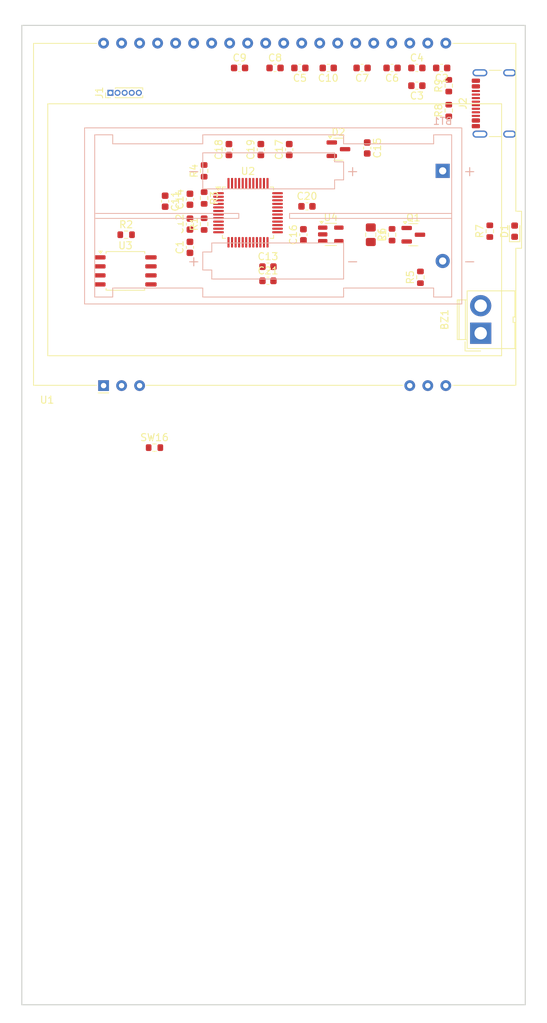
<source format=kicad_pcb>
(kicad_pcb (version 20240108) (generator "pcbnew") (generator_version "8.0")
  (layers (0 "F.Cu" signal) (31 "B.Cu" signal) (34 "B.Paste" user) (35 "F.Paste" user) (36 "B.SilkS" user "B.Silkscreen") (37 "F.SilkS" user "F.Silkscreen") (38 "B.Mask" user) (39 "F.Mask" user) (44 "Edge.Cuts" user))
  (net 0 "")
  (net 1 "Net-(BT1-+)")
  (net 2 "GND")
  (net 3 "Net-(BZ1--)")
  (net 4 "3.3V")
  (net 5 "/NRST")
  (net 6 "Net-(U1-V0)")
  (net 7 "Net-(U1-V1)")
  (net 8 "Net-(U1-V2)")
  (net 9 "Net-(U1-CAP1N)")
  (net 10 "Net-(U1-CAP1P)")
  (net 11 "Net-(U1-V3)")
  (net 12 "Net-(U1-V4)")
  (net 13 "Net-(U1-CAP3P)")
  (net 14 "Net-(U1-VOUT)")
  (net 15 "Net-(U1-CAP2N)")
  (net 16 "Net-(U1-CAP2P)")
  (net 17 "Net-(U2-PH0)")
  (net 18 "Net-(U2-PH1)")
  (net 19 "Net-(U2-VCAP)")
  (net 20 "WAKEUP01")
  (net 21 "Net-(U4-Vin)")
  (net 22 "Net-(D1-A)")
  (net 23 "Net-(D2-Pad2)")
  (net 24 "SWDIO")
  (net 25 "SWO")
  (net 26 "SWCLK")
  (net 27 "USB_DP (D+)")
  (net 28 "Net-(J2-CC1)")
  (net 29 "USB_DM (D-)")
  (net 30 "Net-(J2-CC2)")
  (net 31 "Net-(U4-SW)")
  (net 32 "Net-(Q1-B)")
  (net 33 "Net-(U3-~{CS})")
  (net 34 "Net-(R3-Pad2)")
  (net 35 "BUZZER")
  (net 36 "LED01")
  (net 37 "COL03")
  (net 38 "ROW03")
  (net 39 "DISP_RST")
  (net 40 "DISP_SCL")
  (net 44 "DISP_CS1B")
  (net 46 "DISP_A0")
  (net 47 "DISP_SI")
  (net 50 "ROW05")
  (net 52 "COL06")
  (net 53 "COL02")
  (net 54 "POWER_ON")
  (net 55 "ROW06")
  (net 56 "ROW08")
  (net 57 "ROW04")
  (net 59 "COL05")
  (net 60 "ROW02")
  (net 61 "COL04")
  (net 63 "ROW07")
  (net 64 "ROW01")
  (net 65 "SPI_MISO")
  (net 66 "COL01")
  (net 67 "SPI_SCK")
  (net 68 "SPI_MOSI")
  (footprint "Capacitor_SMD:C_0603_1608Metric" (layer "F.Cu") (at 72.7125 60.5 90)
    (property "Reference" "C12" (at 0 -1.43 -90) (layer "F.SilkS"))
    (property "Value" "8pF")
    (fp_line (start -0.14058 -0.51) (end 0.14058 -0.51) (stroke (width 0.12)) (layer "F.SilkS"))
    (fp_line (start -0.14058 0.51) (end 0.14058 0.51) (stroke (width 0.12)) (layer "F.SilkS"))
    (pad "1" smd roundrect (at -0.775 0 90) (size 0.9 0.95) (layers "F.Cu" "F.Paste" "F.Mask") (net 18 "Net-(U2-PH1)"))
    (pad "2" smd roundrect (at 0.775 0 90) (size 0.9 0.95) (layers "F.Cu" "F.Paste" "F.Mask") (net 2 "GND"))
  )
  (footprint "Capacitor_SMD:C_0603_1608Metric" (layer "F.Cu") (at 82.7125 50 90)
    (property "Reference" "C19" (at 0 -1.43 -90) (layer "F.SilkS"))
    (property "Value" "100nF")
    (fp_line (start -0.14058 -0.51) (end 0.14058 -0.51) (stroke (width 0.12)) (layer "F.SilkS"))
    (fp_line (start -0.14058 0.51) (end 0.14058 0.51) (stroke (width 0.12)) (layer "F.SilkS"))
    (pad "1" smd roundrect (at -0.775 0 90) (size 0.9 0.95) (layers "F.Cu" "F.Paste" "F.Mask") (net 4 "3.3V"))
    (pad "2" smd roundrect (at 0.775 0 90) (size 0.9 0.95) (layers "F.Cu" "F.Paste" "F.Mask") (net 2 "GND"))
  )
  (footprint "Resistor_SMD:R_0603_1608Metric" (layer "F.Cu") (at 101.2125 62 90)
    (property "Reference" "R6" (at 0 -1.43 -90) (layer "F.SilkS"))
    (property "Value" "R")
    (fp_line (start -0.237258 -0.5225) (end 0.237258 -0.5225) (stroke (width 0.12)) (layer "F.SilkS"))
    (fp_line (start -0.237258 0.5225) (end 0.237258 0.5225) (stroke (width 0.12)) (layer "F.SilkS"))
    (pad "1" smd roundrect (at -0.825 0 90) (size 0.8 0.95) (layers "F.Cu" "F.Paste" "F.Mask") (net 35 "BUZZER"))
    (pad "2" smd roundrect (at 0.825 0 90) (size 0.8 0.95) (layers "F.Cu" "F.Paste" "F.Mask") (net 32 "Net-(Q1-B)"))
  )
  (footprint "Resistor_SMD:R_0603_1608Metric" (layer "F.Cu") (at 109.2125 41 90)
    (property "Reference" "R9" (at 0 -1.43 -90) (layer "F.SilkS"))
    (property "Value" "5.1K")
    (fp_line (start -0.237258 -0.5225) (end 0.237258 -0.5225) (stroke (width 0.12)) (layer "F.SilkS"))
    (fp_line (start -0.237258 0.5225) (end 0.237258 0.5225) (stroke (width 0.12)) (layer "F.SilkS"))
    (pad "1" smd roundrect (at -0.825 0 90) (size 0.8 0.95) (layers "F.Cu" "F.Paste" "F.Mask") (net 30 "Net-(J2-CC2)"))
    (pad "2" smd roundrect (at 0.825 0 90) (size 0.8 0.95) (layers "F.Cu" "F.Paste" "F.Mask") (net 2 "GND"))
  )
  (footprint "Capacitor_SMD:C_0603_1608Metric" (layer "F.Cu") (at 88.7125 62 90)
    (property "Reference" "C16" (at 0 -1.43 -90) (layer "F.SilkS"))
    (property "Value" "10 uF")
    (fp_line (start -0.14058 -0.51) (end 0.14058 -0.51) (stroke (width 0.12)) (layer "F.SilkS"))
    (fp_line (start -0.14058 0.51) (end 0.14058 0.51) (stroke (width 0.12)) (layer "F.SilkS"))
    (pad "1" smd roundrect (at -0.775 0 90) (size 0.9 0.95) (layers "F.Cu" "F.Paste" "F.Mask") (net 4 "3.3V"))
    (pad "2" smd roundrect (at 0.775 0 90) (size 0.9 0.95) (layers "F.Cu" "F.Paste" "F.Mask") (net 2 "GND"))
  )
  (footprint "Capacitor_SMD:C_0603_1608Metric" (layer "F.Cu") (at 97.7125 49.775 -90)
    (property "Reference" "C15" (at 0 -1.43 90) (layer "F.SilkS"))
    (property "Value" "4.7 uF")
    (fp_line (start -0.14058 0.51) (end 0.14058 0.51) (stroke (width 0.12)) (layer "F.SilkS"))
    (fp_line (start -0.14058 -0.51) (end 0.14058 -0.51) (stroke (width 0.12)) (layer "F.SilkS"))
    (pad "1" smd roundrect (at -0.775 0 270) (size 0.9 0.95) (layers "F.Cu" "F.Paste" "F.Mask") (net 21 "Net-(U4-Vin)"))
    (pad "2" smd roundrect (at 0.775 0 270) (size 0.9 0.95) (layers "F.Cu" "F.Paste" "F.Mask") (net 2 "GND"))
  )
  (footprint "Capacitor_SMD:C_0603_1608Metric" (layer "F.Cu") (at 79.7125 38.5)
    (property "Reference" "C9" (at 0 -1.43 0) (layer "F.SilkS"))
    (property "Value" "1uF")
    (fp_line (start -0.14058 -0.51) (end 0.14058 -0.51) (stroke (width 0.12)) (layer "F.SilkS"))
    (fp_line (start -0.14058 0.51) (end 0.14058 0.51) (stroke (width 0.12)) (layer "F.SilkS"))
    (pad "1" smd roundrect (at -0.775 0) (size 0.9 0.95) (layers "F.Cu" "F.Paste" "F.Mask") (net 2 "GND"))
    (pad "2" smd roundrect (at 0.775 0) (size 0.9 0.95) (layers "F.Cu" "F.Paste" "F.Mask") (net 14 "Net-(U1-VOUT)"))
  )
  (footprint "Capacitor_SMD:C_0603_1608Metric" (layer "F.Cu") (at 88.2125 38.5 180)
    (property "Reference" "C5" (at 0 -1.43 180) (layer "F.SilkS"))
    (property "Value" "1uF")
    (fp_line (start -0.14058 0.51) (end 0.14058 0.51) (stroke (width 0.12)) (layer "F.SilkS"))
    (fp_line (start -0.14058 -0.51) (end 0.14058 -0.51) (stroke (width 0.12)) (layer "F.SilkS"))
    (pad "1" smd roundrect (at -0.775 0 180) (size 0.9 0.95) (layers "F.Cu" "F.Paste" "F.Mask") (net 10 "Net-(U1-CAP1P)"))
    (pad "2" smd roundrect (at 0.775 0 180) (size 0.9 0.95) (layers "F.Cu" "F.Paste" "F.Mask") (net 9 "Net-(U1-CAP1N)"))
  )
  (footprint "Capacitor_SMD:C_0603_1608Metric" (layer "F.Cu") (at 83.7125 66.5)
    (property "Reference" "C13" (at 0 -1.43 0) (layer "F.SilkS"))
    (property "Value" "2.2uF")
    (fp_line (start -0.14058 -0.51) (end 0.14058 -0.51) (stroke (width 0.12)) (layer "F.SilkS"))
    (fp_line (start -0.14058 0.51) (end 0.14058 0.51) (stroke (width 0.12)) (layer "F.SilkS"))
    (pad "1" smd roundrect (at -0.775 0) (size 0.9 0.95) (layers "F.Cu" "F.Paste" "F.Mask") (net 19 "Net-(U2-VCAP)"))
    (pad "2" smd roundrect (at 0.775 0) (size 0.9 0.95) (layers "F.Cu" "F.Paste" "F.Mask") (net 2 "GND"))
  )
  (footprint "Capacitor_SMD:C_0603_1608Metric" (layer "F.Cu") (at 96.9875 38.5 180)
    (property "Reference" "C7" (at 0 -1.43 180) (layer "F.SilkS"))
    (property "Value" "1uF")
    (fp_line (start -0.14058 0.51) (end 0.14058 0.51) (stroke (width 0.12)) (layer "F.SilkS"))
    (fp_line (start -0.14058 -0.51) (end 0.14058 -0.51) (stroke (width 0.12)) (layer "F.SilkS"))
    (pad "1" smd roundrect (at -0.775 0 180) (size 0.9 0.95) (layers "F.Cu" "F.Paste" "F.Mask") (net 12 "Net-(U1-V4)"))
    (pad "2" smd roundrect (at 0.775 0 180) (size 0.9 0.95) (layers "F.Cu" "F.Paste" "F.Mask") (net 2 "GND"))
  )
  (footprint "Capacitor_SMD:C_0603_1608Metric" (layer "F.Cu") (at 92.2125 38.5 180)
    (property "Reference" "C10" (at 0 -1.43 180) (layer "F.SilkS"))
    (property "Value" "1uF")
    (fp_line (start -0.14058 0.51) (end 0.14058 0.51) (stroke (width 0.12)) (layer "F.SilkS"))
    (fp_line (start -0.14058 -0.51) (end 0.14058 -0.51) (stroke (width 0.12)) (layer "F.SilkS"))
    (pad "1" smd roundrect (at -0.775 0 180) (size 0.9 0.95) (layers "F.Cu" "F.Paste" "F.Mask") (net 15 "Net-(U1-CAP2N)"))
    (pad "2" smd roundrect (at 0.775 0 180) (size 0.9 0.95) (layers "F.Cu" "F.Paste" "F.Mask") (net 16 "Net-(U1-CAP2P)"))
  )
  (footprint "Capacitor_SMD:C_0603_1608Metric" (layer "F.Cu") (at 108.2125 38.5 180)
    (property "Reference" "C2" (at 0 -1.43 180) (layer "F.SilkS"))
    (property "Value" "1uF")
    (fp_line (start -0.14058 0.51) (end 0.14058 0.51) (stroke (width 0.12)) (layer "F.SilkS"))
    (fp_line (start -0.14058 -0.51) (end 0.14058 -0.51) (stroke (width 0.12)) (layer "F.SilkS"))
    (pad "1" smd roundrect (at -0.775 0 180) (size 0.9 0.95) (layers "F.Cu" "F.Paste" "F.Mask") (net 6 "Net-(U1-V0)"))
    (pad "2" smd roundrect (at 0.775 0 180) (size 0.9 0.95) (layers "F.Cu" "F.Paste" "F.Mask") (net 2 "GND"))
  )
  (footprint "Resistor_SMD:R_0603_1608Metric" (layer "F.Cu") (at 109.2125 44.5 90)
    (property "Reference" "R8" (at 0 -1.43 -90) (layer "F.SilkS"))
    (property "Value" "5.1K")
    (fp_line (start -0.237258 -0.5225) (end 0.237258 -0.5225) (stroke (width 0.12)) (layer "F.SilkS"))
    (fp_line (start -0.237258 0.5225) (end 0.237258 0.5225) (stroke (width 0.12)) (layer "F.SilkS"))
    (pad "1" smd roundrect (at -0.825 0 90) (size 0.8 0.95) (layers "F.Cu" "F.Paste" "F.Mask") (net 28 "Net-(J2-CC1)"))
    (pad "2" smd roundrect (at 0.825 0 90) (size 0.8 0.95) (layers "F.Cu" "F.Paste" "F.Mask") (net 2 "GND"))
  )
  (footprint "Connector_PinHeader_1.00mm:PinHeader_1x05_P1.00mm_Vertical" (layer "F.Cu") (at 61.5 42 90)
    (property "Reference" "J1" (at 0 -1.56 -90) (layer "F.SilkS"))
    (property "Value" "ST-LINK")
    (fp_line (start -0.695 -0.685) (end 0 -0.685) (stroke (width 0.12)) (layer "F.SilkS"))
    (fp_line (start -0.695 0) (end -0.695 -0.685) (stroke (width 0.12)) (layer "F.SilkS"))
    (fp_line (start 0.695 0.685) (end 0.695 4.56) (stroke (width 0.12)) (layer "F.SilkS"))
    (fp_line (start 0.608276 0.685) (end 0.695 0.685) (stroke (width 0.12)) (layer "F.SilkS"))
    (fp_line (start -0.695 0.685) (end -0.608276 0.685) (stroke (width 0.12)) (layer "F.SilkS"))
    (fp_line (start -0.695 0.685) (end -0.695 4.56) (stroke (width 0.12)) (layer "F.SilkS"))
    (fp_line (start 0.394493 4.56) (end 0.695 4.56) (stroke (width 0.12)) (layer "F.SilkS"))
    (fp_line (start -0.695 4.56) (end -0.394493 4.56) (stroke (width 0.12)) (layer "F.SilkS"))
    (pad "1" thru_hole rect (at 0 0 90) (size 0.85 0.85) (drill 0.5) (layers "*.Cu" "*.Mask") (net 2 "GND"))
    (pad "2" thru_hole oval (at 0 1 90) (size 0.85 0.85) (drill 0.5) (layers "*.Cu" "*.Mask") (net 25 "SWO"))
    (pad "3" thru_hole oval (at 0 2 90) (size 0.85 0.85) (drill 0.5) (layers "*.Cu" "*.Mask") (net 26 "SWCLK"))
    (pad "4" thru_hole oval (at 0 3 90) (size 0.85 0.85) (drill 0.5) (layers "*.Cu" "*.Mask") (net 24 "SWDIO"))
    (pad "5" thru_hole oval (at 0 4 90) (size 0.85 0.85) (drill 0.5) (layers "*.Cu" "*.Mask") (net 5 "/NRST"))
  )
  (footprint "Capacitor_SMD:C_0603_1608Metric" (layer "F.Cu") (at 72.7125 63.775 90)
    (property "Reference" "C1" (at 0 -1.43 -90) (layer "F.SilkS"))
    (property "Value" "100nF")
    (fp_line (start -0.14058 -0.51) (end 0.14058 -0.51) (stroke (width 0.12)) (layer "F.SilkS"))
    (fp_line (start -0.14058 0.51) (end 0.14058 0.51) (stroke (width 0.12)) (layer "F.SilkS"))
    (pad "1" smd roundrect (at -0.775 0 90) (size 0.9 0.95) (layers "F.Cu" "F.Paste" "F.Mask") (net 5 "/NRST"))
    (pad "2" smd roundrect (at 0.775 0 90) (size 0.9 0.95) (layers "F.Cu" "F.Paste" "F.Mask") (net 2 "GND"))
  )
  (footprint "Package_TO_SOT_SMD:SOT-23" (layer "F.Cu") (at 104.2125 62)
    (property "Reference" "Q1" (at 0 -2.4 0) (layer "F.SilkS"))
    (property "Value" "MMBT3904")
    (fp_line (start 0 -1.56) (end -0.65 -1.56) (stroke (width 0.12)) (layer "F.SilkS"))
    (fp_line (start 0 -1.56) (end 0.65 -1.56) (stroke (width 0.12)) (layer "F.SilkS"))
    (fp_line (start 0 1.56) (end -0.65 1.56) (stroke (width 0.12)) (layer "F.SilkS"))
    (fp_line (start 0 1.56) (end 0.65 1.56) (stroke (width 0.12)) (layer "F.SilkS"))
    (fp_poly (pts (xy -1.1625 -1.51) (xy -1.4025 -1.84) (xy -0.9225 -1.84) (xy -1.1625 -1.51)) (stroke (width 0.12)) (fill solid) (layer "F.SilkS"))
    (pad "1" smd roundrect (at -0.9375 -0.95) (size 1.475 0.6) (layers "F.Cu" "F.Paste" "F.Mask") (net 32 "Net-(Q1-B)"))
    (pad "2" smd roundrect (at -0.9375 0.95) (size 1.475 0.6) (layers "F.Cu" "F.Paste" "F.Mask") (net 2 "GND"))
    (pad "3" smd roundrect (at 0.9375 0) (size 1.475 0.6) (layers "F.Cu" "F.Paste" "F.Mask") (net 3 "Net-(BZ1--)"))
  )
  (footprint "Resistor_SMD:R_0603_1608Metric" (layer "F.Cu") (at 115 61.5 90)
    (property "Reference" "R7" (at 0 -1.43 -90) (layer "F.SilkS"))
    (property "Value" "5.1K")
    (fp_line (start -0.237258 -0.5225) (end 0.237258 -0.5225) (stroke (width 0.12)) (layer "F.SilkS"))
    (fp_line (start -0.237258 0.5225) (end 0.237258 0.5225) (stroke (width 0.12)) (layer "F.SilkS"))
    (pad "1" smd roundrect (at -0.825 0 90) (size 0.8 0.95) (layers "F.Cu" "F.Paste" "F.Mask") (net 36 "LED01"))
    (pad "2" smd roundrect (at 0.825 0 90) (size 0.8 0.95) (layers "F.Cu" "F.Paste" "F.Mask") (net 22 "Net-(D1-A)"))
  )
  (footprint "Capacitor_SMD:C_0603_1608Metric" (layer "F.Cu") (at 69.2125 57.275 -90)
    (property "Reference" "C11" (at 0 -1.43 90) (layer "F.SilkS"))
    (property "Value" "8pF")
    (fp_line (start -0.14058 0.51) (end 0.14058 0.51) (stroke (width 0.12)) (layer "F.SilkS"))
    (fp_line (start -0.14058 -0.51) (end 0.14058 -0.51) (stroke (width 0.12)) (layer "F.SilkS"))
    (pad "1" smd roundrect (at -0.775 0 270) (size 0.9 0.95) (layers "F.Cu" "F.Paste" "F.Mask") (net 17 "Net-(U2-PH0)"))
    (pad "2" smd roundrect (at 0.775 0 270) (size 0.9 0.95) (layers "F.Cu" "F.Paste" "F.Mask") (net 2 "GND"))
  )
  (footprint "Package_TO_SOT_SMD:TSOT-23-5" (layer "F.Cu") (at 92.575 61.95)
    (property "Reference" "U4" (at 0 -2.4 0) (layer "F.SilkS"))
    (property "Value" "ADP2108AUJ-3.3")
    (fp_line (start 0 -1.56) (end -0.8 -1.56) (stroke (width 0.12)) (layer "F.SilkS"))
    (fp_line (start 0 -1.56) (end 0.8 -1.56) (stroke (width 0.12)) (layer "F.SilkS"))
    (fp_line (start 0 1.56) (end -0.8 1.56) (stroke (width 0.12)) (layer "F.SilkS"))
    (fp_line (start 0 1.56) (end 0.8 1.56) (stroke (width 0.12)) (layer "F.SilkS"))
    (fp_poly (pts (xy -1.3 -1.51) (xy -1.54 -1.84) (xy -1.06 -1.84) (xy -1.3 -1.51)) (stroke (width 0.12)) (fill solid) (layer "F.SilkS"))
    (pad "1" smd roundrect (at -1.1375 -0.95) (size 1.325 0.6) (layers "F.Cu" "F.Paste" "F.Mask") (net 21 "Net-(U4-Vin)"))
    (pad "2" smd roundrect (at -1.1375 0) (size 1.325 0.6) (layers "F.Cu" "F.Paste" "F.Mask") (net 2 "GND"))
    (pad "3" smd roundrect (at -1.1375 0.95) (size 1.325 0.6) (layers "F.Cu" "F.Paste" "F.Mask") (net 54 "POWER_ON"))
    (pad "4" smd roundrect (at 1.1375 0.95) (size 1.325 0.6) (layers "F.Cu" "F.Paste" "F.Mask") (net 4 "3.3V"))
    (pad "5" smd roundrect (at 1.1375 -0.95) (size 1.325 0.6) (layers "F.Cu" "F.Paste" "F.Mask") (net 31 "Net-(U4-SW)"))
  )
  (footprint "Capacitor_SMD:C_0603_1608Metric" (layer "F.Cu") (at 104.7125 41 180)
    (property "Reference" "C3" (at 0 -1.43 180) (layer "F.SilkS"))
    (property "Value" "1uF")
    (fp_line (start -0.14058 0.51) (end 0.14058 0.51) (stroke (width 0.12)) (layer "F.SilkS"))
    (fp_line (start -0.14058 -0.51) (end 0.14058 -0.51) (stroke (width 0.12)) (layer "F.SilkS"))
    (pad "1" smd roundrect (at -0.775 0 180) (size 0.9 0.95) (layers "F.Cu" "F.Paste" "F.Mask") (net 7 "Net-(U1-V1)"))
    (pad "2" smd roundrect (at 0.775 0 180) (size 0.9 0.95) (layers "F.Cu" "F.Paste" "F.Mask") (net 2 "GND"))
  )
  (footprint "Capacitor_SMD:C_0603_1608Metric" (layer "F.Cu") (at 104.7125 38.5)
    (property "Reference" "C4" (at 0 -1.43 0) (layer "F.SilkS"))
    (property "Value" "1uF")
    (fp_line (start -0.14058 -0.51) (end 0.14058 -0.51) (stroke (width 0.12)) (layer "F.SilkS"))
    (fp_line (start -0.14058 0.51) (end 0.14058 0.51) (stroke (width 0.12)) (layer "F.SilkS"))
    (pad "1" smd roundrect (at -0.775 0) (size 0.9 0.95) (layers "F.Cu" "F.Paste" "F.Mask") (net 8 "Net-(U1-V2)"))
    (pad "2" smd roundrect (at 0.775 0) (size 0.9 0.95) (layers "F.Cu" "F.Paste" "F.Mask") (net 2 "GND"))
  )
  (footprint "Capacitor_SMD:C_0603_1608Metric" (layer "F.Cu") (at 84.7125 38.5)
    (property "Reference" "C8" (at 0 -1.43 0) (layer "F.SilkS"))
    (property "Value" "1uF")
    (fp_line (start -0.14058 -0.51) (end 0.14058 -0.51) (stroke (width 0.12)) (layer "F.SilkS"))
    (fp_line (start -0.14058 0.51) (end 0.14058 0.51) (stroke (width 0.12)) (layer "F.SilkS"))
    (pad "1" smd roundrect (at -0.775 0) (size 0.9 0.95) (layers "F.Cu" "F.Paste" "F.Mask") (net 13 "Net-(U1-CAP3P)"))
    (pad "2" smd roundrect (at 0.775 0) (size 0.9 0.95) (layers "F.Cu" "F.Paste" "F.Mask") (net 9 "Net-(U1-CAP1N)"))
  )
  (footprint "Capacitor_SMD:C_0603_1608Metric" (layer "F.Cu") (at 78.2125 50 90)
    (property "Reference" "C18" (at 0 -1.43 -90) (layer "F.SilkS"))
    (property "Value" "100nF")
    (fp_line (start -0.14058 -0.51) (end 0.14058 -0.51) (stroke (width 0.12)) (layer "F.SilkS"))
    (fp_line (start -0.14058 0.51) (end 0.14058 0.51) (stroke (width 0.12)) (layer "F.SilkS"))
    (pad "1" smd roundrect (at -0.775 0 90) (size 0.9 0.95) (layers "F.Cu" "F.Paste" "F.Mask") (net 4 "3.3V"))
    (pad "2" smd roundrect (at 0.775 0 90) (size 0.9 0.95) (layers "F.Cu" "F.Paste" "F.Mask") (net 2 "GND"))
  )
  (footprint "Resistor_SMD:R_0603_1608Metric" (layer "F.Cu") (at 74.7125 56.825 -90)
    (property "Reference" "R3" (at 0 -1.43 90) (layer "F.SilkS"))
    (property "Value" "10K")
    (fp_line (start -0.237258 0.5225) (end 0.237258 0.5225) (stroke (width 0.12)) (layer "F.SilkS"))
    (fp_line (start -0.237258 -0.5225) (end 0.237258 -0.5225) (stroke (width 0.12)) (layer "F.SilkS"))
    (pad "1" smd roundrect (at -0.825 0 270) (size 0.8 0.95) (layers "F.Cu" "F.Paste" "F.Mask") (net 20 "WAKEUP01"))
    (pad "2" smd roundrect (at 0.825 0 270) (size 0.8 0.95) (layers "F.Cu" "F.Paste" "F.Mask") (net 34 "Net-(R3-Pad2)"))
  )
  (footprint "Capacitor_SMD:C_0603_1608Metric" (layer "F.Cu") (at 101.2125 38.5 180)
    (property "Reference" "C6" (at 0 -1.43 180) (layer "F.SilkS"))
    (property "Value" "1uF")
    (fp_line (start -0.14058 0.51) (end 0.14058 0.51) (stroke (width 0.12)) (layer "F.SilkS"))
    (fp_line (start -0.14058 -0.51) (end 0.14058 -0.51) (stroke (width 0.12)) (layer "F.SilkS"))
    (pad "1" smd roundrect (at -0.775 0 180) (size 0.9 0.95) (layers "F.Cu" "F.Paste" "F.Mask") (net 11 "Net-(U1-V3)"))
    (pad "2" smd roundrect (at 0.775 0 180) (size 0.9 0.95) (layers "F.Cu" "F.Paste" "F.Mask") (net 2 "GND"))
  )
  (footprint "Capacitor_SMD:C_0603_1608Metric" (layer "F.Cu") (at 89.2125 58)
    (property "Reference" "C20" (at 0 -1.43 0) (layer "F.SilkS"))
    (property "Value" "100nF")
    (fp_line (start -0.14058 -0.51) (end 0.14058 -0.51) (stroke (width 0.12)) (layer "F.SilkS"))
    (fp_line (start -0.14058 0.51) (end 0.14058 0.51) (stroke (width 0.12)) (layer "F.SilkS"))
    (pad "1" smd roundrect (at -0.775 0) (size 0.9 0.95) (layers "F.Cu" "F.Paste" "F.Mask") (net 4 "3.3V"))
    (pad "2" smd roundrect (at 0.775 0) (size 0.9 0.95) (layers "F.Cu" "F.Paste" "F.Mask") (net 2 "GND"))
  )
  (footprint "Connector:JWT_A3963_1x02_P3.96mm_Vertical" (layer "F.Cu") (at 113.7125 75.88 90)
    (property "Reference" "BZ1" (at 1.91 -5.08 -90) (layer "F.SilkS"))
    (property "Value" "Buzzer")
    (fp_line (start -0.89 -3.3) (end 4.7 -3.3) (stroke (width 0.12)) (layer "F.SilkS"))
    (fp_line (start -0.89 -3.05) (end 4.7 -3.05) (stroke (width 0.12)) (layer "F.SilkS"))
    (fp_line (start -1.2 -2.2) (end -2.5 -2.2) (stroke (width 0.12)) (layer "F.SilkS"))
    (fp_line (start -2.5 -2.2) (end -2.5 0) (stroke (width 0.12)) (layer "F.SilkS"))
    (fp_line (start -0.89 -2.16) (end 4.7 -2.16) (stroke (width 0.12)) (layer "F.SilkS"))
    (fp_line (start 5.97 -1.91) (end 5.97 0) (stroke (width 0.12)) (layer "F.SilkS"))
    (fp_line (start 4.7 -1.91) (end 4.7 -3.3) (stroke (width 0.12)) (layer "F.SilkS"))
    (fp_line (start -0.89 -1.91) (end -0.89 -3.3) (stroke (width 0.12)) (layer "F.SilkS"))
    (fp_line (start -2.16 -1.91) (end 5.97 -1.91) (stroke (width 0.12)) (layer "F.SilkS"))
    (fp_line (start -2.16 -1.91) (end -2.16 0) (stroke (width 0.12)) (layer "F.SilkS"))
    (fp_line (start -2.16 0) (end -2.16 4.83) (stroke (width 0.12)) (layer "F.SilkS"))
    (fp_line (start 2.29 4.57) (end 2.29 4.83) (stroke (width 0.12)) (layer "F.SilkS"))
    (fp_line (start 1.52 4.57) (end 2.29 4.57) (stroke (width 0.12)) (layer "F.SilkS"))
    (fp_line (start 5.97 4.83) (end 5.97 0) (stroke (width 0.12)) (layer "F.SilkS"))
    (fp_line (start 2.29 4.83) (end 5.97 4.83) (stroke (width 0.12)) (layer "F.SilkS"))
    (fp_line (start 1.52 4.83) (end 1.52 4.57) (stroke (width 0.12)) (layer "F.SilkS"))
    (fp_line (start 1.52 4.83) (end -2.16 4.83) (stroke (width 0.12)) (layer "F.SilkS"))
    (pad "1" thru_hole rect (at 0 0 90) (size 3 3) (drill 1.75) (layers "*.Cu" "*.Mask") (net 4 "3.3V"))
    (pad "2" thru_hole circle (at 3.88 0 90) (size 3 3) (drill 1.75) (layers "*.Cu" "*.Mask") (net 3 "Net-(BZ1--)"))
  )
  (footprint "Resistor_SMD:R_0603_1608Metric" (layer "F.Cu") (at 105.2125 68 90)
    (property "Reference" "R5" (at 0 -1.43 -90) (layer "F.SilkS"))
    (property "Value" "R")
    (fp_line (start -0.237258 -0.5225) (end 0.237258 -0.5225) (stroke (width 0.12)) (layer "F.SilkS"))
    (fp_line (start -0.237258 0.5225) (end 0.237258 0.5225) (stroke (width 0.12)) (layer "F.SilkS"))
    (pad "1" smd roundrect (at -0.825 0 90) (size 0.8 0.95) (layers "F.Cu" "F.Paste" "F.Mask") (net 4 "3.3V"))
    (pad "2" smd roundrect (at 0.825 0 90) (size 0.8 0.95) (layers "F.Cu" "F.Paste" "F.Mask") (net 3 "Net-(BZ1--)"))
  )
  (footprint "LED_SMD:LED_0603_1608Metric" (layer "F.Cu") (at 118.5 61.5 90)
    (property "Reference" "D1" (at 0 -1.43 -90) (layer "F.SilkS"))
    (property "Value" "LED (RED)")
    (fp_line (start 0.8 -0.735) (end -1.485 -0.735) (stroke (width 0.12)) (layer "F.SilkS"))
    (fp_line (start -1.485 -0.735) (end -1.485 0.735) (stroke (width 0.12)) (layer "F.SilkS"))
    (fp_line (start -1.485 0.735) (end 0.8 0.735) (stroke (width 0.12)) (layer "F.SilkS"))
    (pad "1" smd roundrect (at -0.7875 0 90) (size 0.875 0.95) (layers "F.Cu" "F.Paste" "F.Mask") (net 2 "GND"))
    (pad "2" smd roundrect (at 0.7875 0 90) (size 0.875 0.95) (layers "F.Cu" "F.Paste" "F.Mask") (net 22 "Net-(D1-A)"))
  )
  (footprint "Resistor_SMD:R_0603_1608Metric" (layer "F.Cu") (at 74.7125 53 90)
    (property "Reference" "R4" (at 0 -1.43 -90) (layer "F.SilkS"))
    (property "Value" "10K")
    (fp_line (start -0.237258 -0.5225) (end 0.237258 -0.5225) (stroke (width 0.12)) (layer "F.SilkS"))
    (fp_line (start -0.237258 0.5225) (end 0.237258 0.5225) (stroke (width 0.12)) (layer "F.SilkS"))
    (pad "1" smd roundrect (at -0.825 0 90) (size 0.8 0.95) (layers "F.Cu" "F.Paste" "F.Mask") (net 2 "GND"))
    (pad "2" smd roundrect (at 0.825 0 90) (size 0.8 0.95) (layers "F.Cu" "F.Paste" "F.Mask") (net 34 "Net-(R3-Pad2)"))
  )
  (footprint "Connector_USB:USB_C_Receptacle_GCT_USB4105-xx-A_16P_TopMnt_Horizontal" (layer "F.Cu") (at 116.7125 43.5 90)
    (property "Reference" "J2" (at 0 -5.5 90) (layer "F.SilkS"))
    (property "Value" "USB_C_Receptacle_USB2.0_14P")
    (fp_line (start 4.67 -0.1) (end 4.67 -1.8) (stroke (width 0.12)) (layer "F.SilkS"))
    (fp_line (start -4.67 -0.1) (end -4.67 -1.8) (stroke (width 0.12)) (layer "F.SilkS"))
    (pad "" np_thru_hole circle (at -2.89 -2.605 90) (size 0.65 0.65) (drill 0.65) (layers "F&B.Cu" "*.Mask"))
    (pad "" np_thru_hole circle (at 2.89 -2.605 90) (size 0.65 0.65) (drill 0.65) (layers "F&B.Cu" "*.Mask"))
    (pad "A1" smd roundrect (at -3.2 -3.68 90) (size 0.6 1.15) (layers "F.Cu" "F.Paste" "F.Mask") (net 2 "GND"))
    (pad "A4" smd roundrect (at -2.4 -3.68 90) (size 0.6 1.15) (layers "F.Cu" "F.Paste" "F.Mask") (net 23 "Net-(D2-Pad2)"))
    (pad "A5" smd roundrect (at -1.25 -3.68 90) (size 0.3 1.15) (layers "F.Cu" "F.Paste" "F.Mask") (net 28 "Net-(J2-CC1)"))
    (pad "A6" smd roundrect (at -0.25 -3.68 90) (size 0.3 1.15) (layers "F.Cu" "F.Paste" "F.Mask") (net 27 "USB_DP (D+)"))
    (pad "A7" smd roundrect (at 0.25 -3.68 90) (size 0.3 1.15) (layers "F.Cu" "F.Paste" "F.Mask") (net 29 "USB_DM (D-)"))
    (pad "A8" smd roundrect (at 1.25 -3.68 90) (size 0.3 1.15) (layers "F.Cu" "F.Paste" "F.Mask"))
    (pad "A9" smd roundrect (at 2.4 -3.68 90) (size 0.6 1.15) (layers "F.Cu" "F.Paste" "F.Mask") (net 23 "Net-(D2-Pad2)"))
    (pad "A12" smd roundrect (at 3.2 -3.68 90) (size 0.6 1.15) (layers "F.Cu" "F.Paste" "F.Mask") (net 2 "GND"))
    (pad "B1" smd roundrect (at 3.2 -3.68 90) (size 0.6 1.15) (layers "F.Cu" "F.Paste" "F.Mask") (net 2 "GND"))
    (pad "B4" smd roundrect (at 2.4 -3.68 90) (size 0.6 1.15) (layers "F.Cu" "F.Paste" "F.Mask") (net 23 "Net-(D2-Pad2)"))
    (pad "B5" smd roundrect (at 1.75 -3.68 90) (size 0.3 1.15) (layers "F.Cu" "F.Paste" "F.Mask") (net 30 "Net-(J2-CC2)"))
    (pad "B6" smd roundrect (at 0.75 -3.68 90) (size 0.3 1.15) (layers "F.Cu" "F.Paste" "F.Mask") (net 27 "USB_DP (D+)"))
    (pad "B7" smd roundrect (at -0.75 -3.68 90) (size 0.3 1.15) (layers "F.Cu" "F.Paste" "F.Mask") (net 29 "USB_DM (D-)"))
    (pad "B8" smd roundrect (at -1.75 -3.68 90) (size 0.3 1.15) (layers "F.Cu" "F.Paste" "F.Mask"))
    (pad "B9" smd roundrect (at -2.4 -3.68 90) (size 0.6 1.15) (layers "F.Cu" "F.Paste" "F.Mask") (net 23 "Net-(D2-Pad2)"))
    (pad "B12" smd roundrect (at -3.2 -3.68 90) (size 0.6 1.15) (layers "F.Cu" "F.Paste" "F.Mask") (net 2 "GND"))
    (pad "S1" thru_hole oval (at -4.32 -3.105 90) (size 1 2.1) (drill oval 0.6 1.7) (layers "*.Cu" "*.Mask" "F.Paste") (net 2 "GND"))
    (pad "S1" thru_hole oval (at -4.32 1.075 90) (size 1 1.8) (drill oval 0.6 1.4) (layers "*.Cu" "*.Mask" "F.Paste") (net 2 "GND"))
    (pad "S1" thru_hole oval (at 4.32 -3.105 90) (size 1 2.1) (drill oval 0.6 1.7) (layers "*.Cu" "*.Mask" "F.Paste") (net 2 "GND"))
    (pad "S1" thru_hole oval (at 4.32 1.075 90) (size 1 1.8) (drill oval 0.6 1.4) (layers "*.Cu" "*.Mask" "F.Paste") (net 2 "GND"))
  )
  (footprint "Capacitor_SMD:C_0603_1608Metric" (layer "F.Cu") (at 72.7125 57 90)
    (property "Reference" "C14" (at 0 -1.43 -90) (layer "F.SilkS"))
    (property "Value" "104")
    (fp_line (start -0.14058 -0.51) (end 0.14058 -0.51) (stroke (width 0.12)) (layer "F.SilkS"))
    (fp_line (start -0.14058 0.51) (end 0.14058 0.51) (stroke (width 0.12)) (layer "F.SilkS"))
    (pad "1" smd roundrect (at -0.775 0 90) (size 0.9 0.95) (layers "F.Cu" "F.Paste" "F.Mask") (net 2 "GND"))
    (pad "2" smd roundrect (at 0.775 0 90) (size 0.9 0.95) (layers "F.Cu" "F.Paste" "F.Mask") (net 20 "WAKEUP01"))
  )
  (footprint "Capacitor_SMD:C_0603_1608Metric" (layer "F.Cu") (at 86.7125 50 90)
    (property "Reference" "C17" (at 0 -1.43 -90) (layer "F.SilkS"))
    (property "Value" "100nF")
    (fp_line (start -0.14058 -0.51) (end 0.14058 -0.51) (stroke (width 0.12)) (layer "F.SilkS"))
    (fp_line (start -0.14058 0.51) (end 0.14058 0.51) (stroke (width 0.12)) (layer "F.SilkS"))
    (pad "1" smd roundrect (at -0.775 0 90) (size 0.9 0.95) (layers "F.Cu" "F.Paste" "F.Mask") (net 4 "3.3V"))
    (pad "2" smd roundrect (at 0.775 0 90) (size 0.9 0.95) (layers "F.Cu" "F.Paste" "F.Mask") (net 2 "GND"))
  )
  (footprint "Package_SO:SOIC-8_5.23x5.23mm_P1.27mm" (layer "F.Cu") (at 63.6125 67.095)
    (property "Reference" "U3" (at 0 -3.56 0) (layer "F.SilkS"))
    (property "Value" "W25Q32JVSS")
    (fp_line (start -2.725 -2.725) (end -2.725 -2.465) (stroke (width 0.12)) (layer "F.SilkS"))
    (fp_line (start -2.725 2.725) (end -2.725 2.465) (stroke (width 0.12)) (layer "F.SilkS"))
    (fp_line (start 0 -2.725) (end -2.725 -2.725) (stroke (width 0.12)) (layer "F.SilkS"))
    (fp_line (start 0 -2.725) (end 2.725 -2.725) (stroke (width 0.12)) (layer "F.SilkS"))
    (fp_line (start 0 2.725) (end -2.725 2.725) (stroke (width 0.12)) (layer "F.SilkS"))
    (fp_line (start 0 2.725) (end 2.725 2.725) (stroke (width 0.12)) (layer "F.SilkS"))
    (fp_line (start 2.725 -2.725) (end 2.725 -2.465) (stroke (width 0.12)) (layer "F.SilkS"))
    (fp_line (start 2.725 2.725) (end 2.725 2.465) (stroke (width 0.12)) (layer "F.SilkS"))
    (fp_poly (pts (xy -3.5075 -2.465) (xy -3.7475 -2.795) (xy -3.2675 -2.795) (xy -3.5075 -2.465)) (stroke (width 0.12)) (fill solid) (layer "F.SilkS"))
    (pad "1" smd roundrect (at -3.6 -1.905) (size 1.6 0.6) (layers "F.Cu" "F.Paste" "F.Mask") (net 33 "Net-(U3-~{CS})"))
    (pad "2" smd roundrect (at -3.6 -0.635) (size 1.6 0.6) (layers "F.Cu" "F.Paste" "F.Mask") (net 65 "SPI_MISO"))
    (pad "3" smd roundrect (at -3.6 0.635) (size 1.6 0.6) (layers "F.Cu" "F.Paste" "F.Mask") (net 4 "3.3V"))
    (pad "4" smd roundrect (at -3.6 1.905) (size 1.6 0.6) (layers "F.Cu" "F.Paste" "F.Mask") (net 2 "GND"))
    (pad "5" smd roundrect (at 3.6 1.905) (size 1.6 0.6) (layers "F.Cu" "F.Paste" "F.Mask") (net 68 "SPI_MOSI"))
    (pad "6" smd roundrect (at 3.6 0.635) (size 1.6 0.6) (layers "F.Cu" "F.Paste" "F.Mask") (net 67 "SPI_SCK"))
    (pad "7" smd roundrect (at 3.6 -0.635) (size 1.6 0.6) (layers "F.Cu" "F.Paste" "F.Mask") (net 4 "3.3V"))
    (pad "8" smd roundrect (at 3.6 -1.905) (size 1.6 0.6) (layers "F.Cu" "F.Paste" "F.Mask") (net 4 "3.3V"))
  )
  (footprint "Inductor_SMD:L_0805_2012Metric_Pad1.15x1.40mm_HandSolder" (layer "F.Cu") (at 98.2125 62 -90)
    (property "Reference" "L1" (at 0 -1.65 90) (layer "F.SilkS"))
    (property "Value" "1uH")
    (fp_line (start -0.261252 0.71) (end 0.261252 0.71) (stroke (width 0.12)) (layer "F.SilkS"))
    (fp_line (start -0.261252 -0.71) (end 0.261252 -0.71) (stroke (width 0.12)) (layer "F.SilkS"))
    (pad "1" smd roundrect (at -1.025 0 270) (size 1.15 1.4) (layers "F.Cu" "F.Paste" "F.Mask") (roundrect_rratio 0.217391) (net 31 "Net-(U4-SW)"))
    (pad "2" smd roundrect (at 1.025 0 270) (size 1.15 1.4) (layers "F.Cu" "F.Paste" "F.Mask") (roundrect_rratio 0.217391) (net 4 "3.3V"))
  )
  (footprint "Resistor_SMD:R_0603_1608Metric" (layer "F.Cu") (at 74.7125 60.5 90)
    (property "Reference" "R1" (at 0 -1.43 -90) (layer "F.SilkS"))
    (property "Value" "10k")
    (fp_line (start -0.237258 -0.5225) (end 0.237258 -0.5225) (stroke (width 0.12)) (layer "F.SilkS"))
    (fp_line (start -0.237258 0.5225) (end 0.237258 0.5225) (stroke (width 0.12)) (layer "F.SilkS"))
    (pad "1" smd roundrect (at -0.825 0 90) (size 0.8 0.95) (layers "F.Cu" "F.Paste" "F.Mask") (net 4 "3.3V"))
    (pad "2" smd roundrect (at 0.825 0 90) (size 0.8 0.95) (layers "F.Cu" "F.Paste" "F.Mask") (net 5 "/NRST"))
  )
  (footprint "Resistor_SMD:R_0603_1608Metric" (layer "F.Cu") (at 67.7125 92)
    (property "Reference" "SW16" (at 0 -1.43 0) (layer "F.SilkS"))
    (property "Value" "R")
    (fp_line (start -0.237258 -0.5225) (end 0.237258 -0.5225) (stroke (width 0.12)) (layer "F.SilkS"))
    (fp_line (start -0.237258 0.5225) (end 0.237258 0.5225) (stroke (width 0.12)) (layer "F.SilkS"))
    (pad "1" smd roundrect (at -0.825 0) (size 0.8 0.95) (layers "F.Cu" "F.Paste" "F.Mask") (net 37 "COL03"))
    (pad "2" smd roundrect (at 0.825 0) (size 0.8 0.95) (layers "F.Cu" "F.Paste" "F.Mask") (net 38 "ROW03"))
  )
  (footprint "Capacitor_SMD:C_0603_1608Metric" (layer "F.Cu") (at 83.7125 68.5)
    (property "Reference" "C21" (at 0 -1.43 0) (layer "F.SilkS"))
    (property "Value" "100nF")
    (fp_line (start -0.14058 -0.51) (end 0.14058 -0.51) (stroke (width 0.12)) (layer "F.SilkS"))
    (fp_line (start -0.14058 0.51) (end 0.14058 0.51) (stroke (width 0.12)) (layer "F.SilkS"))
    (pad "1" smd roundrect (at -0.775 0) (size 0.9 0.95) (layers "F.Cu" "F.Paste" "F.Mask") (net 4 "3.3V"))
    (pad "2" smd roundrect (at 0.775 0) (size 0.9 0.95) (layers "F.Cu" "F.Paste" "F.Mask") (net 2 "GND"))
  )
  (footprint "Display:EA_DOGL128-6" (layer "F.Cu") (at 60.5325 83.26 90)
    (property "Reference" "U1" (at -2.025 -7.97 0) (layer "F.SilkS"))
    (property "Value" "EA_DOGL128X-6")
    (fp_line (start 48.22 -9.88) (end 48.22 -0.97) (stroke (width 0.12)) (layer "F.SilkS"))
    (fp_line (start 0.04 -9.88) (end 48.22 -9.88) (stroke (width 0.12)) (layer "F.SilkS"))
    (fp_line (start 0.04 -9.88) (end 0.04 -1) (stroke (width 0.12)) (layer "F.SilkS"))
    (fp_line (start 39.71 -7.87) (end 4.21 -7.87) (stroke (width 0.12)) (layer "F.SilkS"))
    (fp_line (start 4.21 -7.87) (end 4.21 56.13) (stroke (width 0.12)) (layer "F.SilkS"))
    (fp_line (start -1.025 -0.77) (end -1.025 0.73) (stroke (width 0.12)) (layer "F.SilkS"))
    (fp_line (start 0.04 42.23) (end 0.04 6.03) (stroke (width 0.12)) (layer "F.SilkS"))
    (fp_line (start 48.22 49.23) (end 48.22 58.14) (stroke (width 0.12)) (layer "F.SilkS"))
    (fp_line (start 39.71 56.13) (end 39.71 -7.87) (stroke (width 0.12)) (layer "F.SilkS"))
    (fp_line (start 4.21 56.13) (end 39.71 56.13) (stroke (width 0.12)) (layer "F.SilkS"))
    (fp_line (start 48.22 58.14) (end 24.57 58.14) (stroke (width 0.12)) (layer "F.SilkS"))
    (fp_line (start 24.57 58.14) (end 24.57 58.94) (stroke (width 0.12)) (layer "F.SilkS"))
    (fp_line (start 19.35 58.14) (end 0.04 58.14) (stroke (width 0.12)) (layer "F.SilkS"))
    (fp_line (start 0.04 58.14) (end 0.04 49.23) (stroke (width 0.12)) (layer "F.SilkS"))
    (fp_line (start 24.57 58.94) (end 19.35 58.94) (stroke (width 0.12)) (layer "F.SilkS"))
    (fp_line (start 19.35 58.94) (end 19.35 58.14) (stroke (width 0.12)) (layer "F.SilkS"))
    (pad "1" thru_hole rect (at 0 0) (size 1.524 1.524) (drill 0.762) (layers "*.Cu" "*.Mask"))
    (pad "2" thru_hole circle (at 0 2.54) (size 1.524 1.524) (drill 0.762) (layers "*.Cu" "*.Mask"))
    (pad "3" thru_hole circle (at 0 5.08) (size 1.524 1.524) (drill 0.762) (layers "*.Cu" "*.Mask"))
    (pad "18" thru_hole circle (at 0 43.18) (size 1.524 1.524) (drill 0.762) (layers "*.Cu" "*.Mask"))
    (pad "19" thru_hole circle (at 0 45.72) (size 1.524 1.524) (drill 0.762) (layers "*.Cu" "*.Mask"))
    (pad "20" thru_hole circle (at 0 48.26) (size 1.524 1.524) (drill 0.762) (layers "*.Cu" "*.Mask"))
    (pad "21" thru_hole circle (at 48.26 48.26) (size 1.524 1.524) (drill 0.762) (layers "*.Cu" "*.Mask") (net 6 "Net-(U1-V0)"))
    (pad "22" thru_hole circle (at 48.26 45.72) (size 1.524 1.524) (drill 0.762) (layers "*.Cu" "*.Mask") (net 7 "Net-(U1-V1)"))
    (pad "23" thru_hole circle (at 48.26 43.18) (size 1.524 1.524) (drill 0.762) (layers "*.Cu" "*.Mask") (net 8 "Net-(U1-V2)"))
    (pad "24" thru_hole circle (at 48.26 40.64) (size 1.524 1.524) (drill 0.762) (layers "*.Cu" "*.Mask") (net 11 "Net-(U1-V3)"))
    (pad "25" thru_hole circle (at 48.26 38.1) (size 1.524 1.524) (drill 0.762) (layers "*.Cu" "*.Mask") (net 12 "Net-(U1-V4)"))
    (pad "26" thru_hole circle (at 48.26 35.56) (size 1.524 1.524) (drill 0.762) (layers "*.Cu" "*.Mask") (net 2 "GND"))
    (pad "27" thru_hole circle (at 48.26 33.02) (size 1.524 1.524) (drill 0.762) (layers "*.Cu" "*.Mask") (net 15 "Net-(U1-CAP2N)"))
    (pad "28" thru_hole circle (at 48.26 30.48) (size 1.524 1.524) (drill 0.762) (layers "*.Cu" "*.Mask") (net 16 "Net-(U1-CAP2P)"))
    (pad "29" thru_hole circle (at 48.26 27.94) (size 1.524 1.524) (drill 0.762) (layers "*.Cu" "*.Mask") (net 10 "Net-(U1-CAP1P)"))
    (pad "30" thru_hole circle (at 48.26 25.4) (size 1.524 1.524) (drill 0.762) (layers "*.Cu" "*.Mask") (net 9 "Net-(U1-CAP1N)"))
    (pad "31" thru_hole circle (at 48.26 22.86) (size 1.524 1.524) (drill 0.762) (layers "*.Cu" "*.Mask") (net 13 "Net-(U1-CAP3P)"))
    (pad "32" thru_hole circle (at 48.26 20.32) (size 1.524 1.524) (drill 0.762) (layers "*.Cu" "*.Mask") (net 14 "Net-(U1-VOUT)"))
    (pad "33" thru_hole circle (at 48.26 17.78) (size 1.524 1.524) (drill 0.762) (layers "*.Cu" "*.Mask") (net 2 "GND"))
    (pad "34" thru_hole circle (at 48.26 15.24) (size 1.524 1.524) (drill 0.762) (layers "*.Cu" "*.Mask") (net 4 "3.3V"))
    (pad "35" thru_hole circle (at 48.26 12.7) (size 1.524 1.524) (drill 0.762) (layers "*.Cu" "*.Mask") (net 4 "3.3V"))
    (pad "36" thru_hole circle (at 48.26 10.16) (size 1.524 1.524) (drill 0.762) (layers "*.Cu" "*.Mask") (net 47 "DISP_SI"))
    (pad "37" thru_hole circle (at 48.26 7.62) (size 1.524 1.524) (drill 0.762) (layers "*.Cu" "*.Mask") (net 40 "DISP_SCL"))
    (pad "38" thru_hole circle (at 48.26 5.08) (size 1.524 1.524) (drill 0.762) (layers "*.Cu" "*.Mask") (net 46 "DISP_A0"))
    (pad "39" thru_hole circle (at 48.26 2.54) (size 1.524 1.524) (drill 0.762) (layers "*.Cu" "*.Mask") (net 39 "DISP_RST"))
    (pad "40" thru_hole circle (at 48.26 0) (size 1.524 1.524) (drill 0.762) (layers "*.Cu" "*.Mask") (net 44 "DISP_CS1B"))
  )
  (footprint "Package_QFP:LQFP-48_7x7mm_P0.5mm" (layer "F.Cu") (at 80.9 58.9)
    (property "Reference" "U2" (at 0 -5.85 0) (layer "F.SilkS"))
    (property "Value" "STM32U535CBT6")
    (fp_line (start -3.61 -3.61) (end -3.61 -3.16) (stroke (width 0.12)) (layer "F.SilkS"))
    (fp_line (start -3.61 3.61) (end -3.61 3.16) (stroke (width 0.12)) (layer "F.SilkS"))
    (fp_line (start -3.16 -3.61) (end -3.61 -3.61) (stroke (width 0.12)) (layer "F.SilkS"))
    (fp_line (start -3.16 3.61) (end -3.61 3.61) (stroke (width 0.12)) (layer "F.SilkS"))
    (fp_line (start 3.16 -3.61) (end 3.61 -3.61) (stroke (width 0.12)) (layer "F.SilkS"))
    (fp_line (start 3.16 3.61) (end 3.61 3.61) (stroke (width 0.12)) (layer "F.SilkS"))
    (fp_line (start 3.61 -3.61) (end 3.61 -3.16) (stroke (width 0.12)) (layer "F.SilkS"))
    (fp_line (start 3.61 3.61) (end 3.61 3.16) (stroke (width 0.12)) (layer "F.SilkS"))
    (fp_poly (pts (xy -4.2 -3.16) (xy -4.54 -3.63) (xy -3.86 -3.63) (xy -4.2 -3.16)) (stroke (width 0.12)) (fill solid) (layer "F.SilkS"))
    (pad "1" smd roundrect (at -4.1625 -2.75) (size 1.475 0.3) (layers "F.Cu" "F.Paste" "F.Mask") (net 4 "3.3V"))
    (pad "2" smd roundrect (at -4.1625 -2.25) (size 1.475 0.3) (layers "F.Cu" "F.Paste" "F.Mask") (net 20 "WAKEUP01"))
    (pad "3" smd roundrect (at -4.1625 -1.75) (size 1.475 0.3) (layers "F.Cu" "F.Paste" "F.Mask"))
    (pad "4" smd roundrect (at -4.1625 -1.25) (size 1.475 0.3) (layers "F.Cu" "F.Paste" "F.Mask") (net 54 "POWER_ON"))
    (pad "5" smd roundrect (at -4.1625 -0.75) (size 1.475 0.3) (layers "F.Cu" "F.Paste" "F.Mask") (net 17 "Net-(U2-PH0)"))
    (pad "6" smd roundrect (at -4.1625 -0.25) (size 1.475 0.3) (layers "F.Cu" "F.Paste" "F.Mask") (net 18 "Net-(U2-PH1)"))
    (pad "7" smd roundrect (at -4.1625 0.25) (size 1.475 0.3) (layers "F.Cu" "F.Paste" "F.Mask") (net 5 "/NRST"))
    (pad "8" smd roundrect (at -4.1625 0.75) (size 1.475 0.3) (layers "F.Cu" "F.Paste" "F.Mask") (net 2 "GND"))
    (pad "9" smd roundrect (at -4.1625 1.25) (size 1.475 0.3) (layers "F.Cu" "F.Paste" "F.Mask") (net 4 "3.3V"))
    (pad "10" smd roundrect (at -4.1625 1.75) (size 1.475 0.3) (layers "F.Cu" "F.Paste" "F.Mask") (net 40 "DISP_SCL"))
    (pad "11" smd roundrect (at -4.1625 2.25) (size 1.475 0.3) (layers "F.Cu" "F.Paste" "F.Mask") (net 47 "DISP_SI"))
    (pad "12" smd roundrect (at -4.1625 2.75) (size 1.475 0.3) (layers "F.Cu" "F.Paste" "F.Mask") (net 46 "DISP_A0"))
    (pad "13" smd roundrect (at -2.75 4.1625) (size 0.3 1.475) (layers "F.Cu" "F.Paste" "F.Mask") (net 44 "DISP_CS1B"))
    (pad "14" smd roundrect (at -2.25 4.1625) (size 0.3 1.475) (layers "F.Cu" "F.Paste" "F.Mask") (net 39 "DISP_RST"))
    (pad "15" smd roundrect (at -1.75 4.1625) (size 0.3 1.475) (layers "F.Cu" "F.Paste" "F.Mask") (net 67 "SPI_SCK"))
    (pad "16" smd roundrect (at -1.25 4.1625) (size 0.3 1.475) (layers "F.Cu" "F.Paste" "F.Mask") (net 65 "SPI_MISO"))
    (pad "17" smd roundrect (at -0.75 4.1625) (size 0.3 1.475) (layers "F.Cu" "F.Paste" "F.Mask") (net 68 "SPI_MOSI"))
    (pad "18" smd roundrect (at -0.25 4.1625) (size 0.3 1.475) (layers "F.Cu" "F.Paste" "F.Mask") (net 66 "COL01"))
    (pad "19" smd roundrect (at 0.25 4.1625) (size 0.3 1.475) (layers "F.Cu" "F.Paste" "F.Mask") (net 53 "COL02"))
    (pad "20" smd roundrect (at 0.75 4.1625) (size 0.3 1.475) (layers "F.Cu" "F.Paste" "F.Mask") (net 61 "COL04"))
    (pad "21" smd roundrect (at 1.25 4.1625) (size 0.3 1.475) (layers "F.Cu" "F.Paste" "F.Mask") (net 57 "ROW04"))
    (pad "22" smd roundrect (at 1.75 4.1625) (size 0.3 1.475) (layers "F.Cu" "F.Paste" "F.Mask") (net 19 "Net-(U2-VCAP)"))
    (pad "23" smd roundrect (at 2.25 4.1625) (size 0.3 1.475) (layers "F.Cu" "F.Paste" "F.Mask") (net 2 "GND"))
    (pad "24" smd roundrect (at 2.75 4.1625) (size 0.3 1.475) (layers "F.Cu" "F.Paste" "F.Mask") (net 4 "3.3V"))
    (pad "25" smd roundrect (at 4.1625 2.75) (size 1.475 0.3) (layers "F.Cu" "F.Paste" "F.Mask") (net 50 "ROW05"))
    (pad "26" smd roundrect (at 4.1625 2.25) (size 1.475 0.3) (layers "F.Cu" "F.Paste" "F.Mask") (net 55 "ROW06"))
    (pad "27" smd roundrect (at 4.1625 1.75) (size 1.475 0.3) (layers "F.Cu" "F.Paste" "F.Mask") (net 63 "ROW07"))
    (pad "28" smd roundrect (at 4.1625 1.25) (size 1.475 0.3) (layers "F.Cu" "F.Paste" "F.Mask") (net 56 "ROW08"))
    (pad "29" smd roundrect (at 4.1625 0.75) (size 1.475 0.3) (layers "F.Cu" "F.Paste" "F.Mask") (net 59 "COL05"))
    (pad "30" smd roundrect (at 4.1625 0.25) (size 1.475 0.3) (layers "F.Cu" "F.Paste" "F.Mask") (net 37 "COL03"))
    (pad "31" smd roundrect (at 4.1625 -0.25) (size 1.475 0.3) (layers "F.Cu" "F.Paste" "F.Mask"))
    (pad "32" smd roundrect (at 4.1625 -0.75) (size 1.475 0.3) (layers "F.Cu" "F.Paste" "F.Mask") (net 29 "USB_DM (D-)"))
    (pad "33" smd roundrect (at 4.1625 -1.25) (size 1.475 0.3) (layers "F.Cu" "F.Paste" "F.Mask") (net 27 "USB_DP (D+)"))
    (pad "34" smd roundrect (at 4.1625 -1.75) (size 1.475 0.3) (layers "F.Cu" "F.Paste" "F.Mask") (net 24 "SWDIO"))
    (pad "35" smd roundrect (at 4.1625 -2.25) (size 1.475 0.3) (layers "F.Cu" "F.Paste" "F.Mask") (net 2 "GND"))
    (pad "36" smd roundrect (at 4.1625 -2.75) (size 1.475 0.3) (layers "F.Cu" "F.Paste" "F.Mask") (net 4 "3.3V"))
    (pad "37" smd roundrect (at 2.75 -4.1625) (size 0.3 1.475) (layers "F.Cu" "F.Paste" "F.Mask") (net 26 "SWCLK"))
    (pad "38" smd roundrect (at 2.25 -4.1625) (size 0.3 1.475) (layers "F.Cu" "F.Paste" "F.Mask") (net 52 "COL06"))
    (pad "39" smd roundrect (at 1.75 -4.1625) (size 0.3 1.475) (layers "F.Cu" "F.Paste" "F.Mask") (net 25 "SWO"))
    (pad "40" smd roundrect (at 1.25 -4.1625) (size 0.3 1.475) (layers "F.Cu" "F.Paste" "F.Mask") (net 35 "BUZZER"))
    (pad "41" smd roundrect (at 0.75 -4.1625) (size 0.3 1.475) (layers "F.Cu" "F.Paste" "F.Mask") (net 36 "LED01"))
    (pad "42" smd roundrect (at 0.25 -4.1625) (size 0.3 1.475) (layers "F.Cu" "F.Paste" "F.Mask") (net 64 "ROW01"))
    (pad "43" smd roundrect (at -0.25 -4.1625) (size 0.3 1.475) (layers "F.Cu" "F.Paste" "F.Mask"))
    (pad "44" smd roundrect (at -0.75 -4.1625) (size 0.3 1.475) (layers "F.Cu" "F.Paste" "F.Mask"))
    (pad "45" smd roundrect (at -1.25 -4.1625) (size 0.3 1.475) (layers "F.Cu" "F.Paste" "F.Mask") (net 60 "ROW02"))
    (pad "46" smd roundrect (at -1.75 -4.1625) (size 0.3 1.475) (layers "F.Cu" "F.Paste" "F.Mask") (net 38 "ROW03"))
    (pad "47" smd roundrect (at -2.25 -4.1625) (size 0.3 1.475) (layers "F.Cu" "F.Paste" "F.Mask") (net 2 "GND"))
    (pad "48" smd roundrect (at -2.75 -4.1625) (size 0.3 1.475) (layers "F.Cu" "F.Paste" "F.Mask") (net 4 "3.3V"))
  )
  (footprint "Package_TO_SOT_SMD:SOT-23" (layer "F.Cu") (at 93.65 49.95)
    (property "Reference" "D2" (at 0 -2.4 0) (layer "F.SilkS"))
    (property "Value" "BAT54C")
    (fp_line (start 0 -1.56) (end -0.65 -1.56) (stroke (width 0.12)) (layer "F.SilkS"))
    (fp_line (start 0 -1.56) (end 0.65 -1.56) (stroke (width 0.12)) (layer "F.SilkS"))
    (fp_line (start 0 1.56) (end -0.65 1.56) (stroke (width 0.12)) (layer "F.SilkS"))
    (fp_line (start 0 1.56) (end 0.65 1.56) (stroke (width 0.12)) (layer "F.SilkS"))
    (fp_poly (pts (xy -1.1625 -1.51) (xy -1.4025 -1.84) (xy -0.9225 -1.84) (xy -1.1625 -1.51)) (stroke (width 0.12)) (fill solid) (layer "F.SilkS"))
    (pad "1" smd roundrect (at -0.9375 -0.95) (size 1.475 0.6) (layers "F.Cu" "F.Paste" "F.Mask") (net 1 "Net-(BT1-+)"))
    (pad "2" smd roundrect (at -0.9375 0.95) (size 1.475 0.6) (layers "F.Cu" "F.Paste" "F.Mask") (net 23 "Net-(D2-Pad2)"))
    (pad "3" smd roundrect (at 0.9375 0) (size 1.475 0.6) (layers "F.Cu" "F.Paste" "F.Mask") (net 21 "Net-(U4-Vin)"))
  )
  (footprint "Resistor_SMD:R_0603_1608Metric" (layer "F.Cu") (at 63.7125 62)
    (property "Reference" "R2" (at 0 -1.43 0) (layer "F.SilkS"))
    (property "Value" "4.7K")
    (fp_line (start -0.237258 -0.5225) (end 0.237258 -0.5225) (stroke (width 0.12)) (layer "F.SilkS"))
    (fp_line (start -0.237258 0.5225) (end 0.237258 0.5225) (stroke (width 0.12)) (layer "F.SilkS"))
    (pad "1" smd roundrect (at -0.825 0) (size 0.8 0.95) (layers "F.Cu" "F.Paste" "F.Mask") (net 33 "Net-(U3-~{CS})"))
    (pad "2" smd roundrect (at 0.825 0) (size 0.8 0.95) (layers "F.Cu" "F.Paste" "F.Mask") (net 4 "3.3V"))
  )
  (footprint "Battery:BatteryHolder_Keystone_2468_2xAAA" (layer "B.Cu") (at 108.3525 53 180)
    (property "Reference" "BT1" (at 0 7 180) (layer "B.SilkS") (effects (justify mirror)))
    (property "Value" "2xAAA (1.5V)")
    (fp_line (start 50.5 6.05) (end 50.5 -18.75) (stroke (width 0.12)) (layer "B.SilkS"))
    (fp_line (start 50.5 -18.755) (end -2.7 -18.755) (stroke (width 0.12)) (layer "B.SilkS"))
    (fp_line (start 49.07 -6.7) (end 28.75 -6.7) (stroke (width 0.12)) (layer "B.SilkS"))
    (fp_line (start 49.07 -17.78) (end 49.07 5.08) (stroke (width 0.12)) (layer "B.SilkS"))
    (fp_line (start 46.53 5.08) (end 49.07 5.08) (stroke (width 0.12)) (layer "B.SilkS"))
    (fp_line (start 46.53 3.81) (end 46.53 5.08) (stroke (width 0.12)) (layer "B.SilkS"))
    (fp_line (start 46.53 -16.51) (end 46.53 -17.78) (stroke (width 0.12)) (layer "B.SilkS"))
    (fp_line (start 46.53 -17.78) (end 49.07 -17.78) (stroke (width 0.12)) (layer "B.SilkS"))
    (fp_line (start 33.83 5.08) (end 33.83 3.81) (stroke (width 0.12)) (layer "B.SilkS"))
    (fp_line (start 33.83 3.81) (end 46.53 3.81) (stroke (width 0.12)) (layer "B.SilkS"))
    (fp_line (start 33.83 2.54) (end 15.24 2.54) (stroke (width 0.12)) (layer "B.SilkS"))
    (fp_line (start 33.83 -2.54) (end 33.83 2.54) (stroke (width 0.12)) (layer "B.SilkS"))
    (fp_line (start 33.83 -11.43) (end 32.56 -11.43) (stroke (width 0.12)) (layer "B.SilkS"))
    (fp_line (start 33.83 -13.97) (end 33.83 -11.43) (stroke (width 0.12)) (layer "B.SilkS"))
    (fp_line (start 33.83 -16.51) (end 46.53 -16.51) (stroke (width 0.12)) (layer "B.SilkS"))
    (fp_line (start 33.83 -16.51) (end 33.83 -17.78) (stroke (width 0.12)) (layer "B.SilkS"))
    (fp_line (start 33.83 -17.78) (end 13.97 -17.78) (stroke (width 0.12)) (layer "B.SilkS"))
    (fp_line (start 32.56 -10.16) (end 13.97 -10.16) (stroke (width 0.12)) (layer "B.SilkS"))
    (fp_line (start 32.56 -11.43) (end 32.56 -10.16) (stroke (width 0.12)) (layer "B.SilkS"))
    (fp_line (start 32.56 -13.97) (end 33.83 -13.97) (stroke (width 0.12)) (layer "B.SilkS"))
    (fp_line (start 32.56 -15.24) (end 32.56 -13.97) (stroke (width 0.12)) (layer "B.SilkS"))
    (fp_line (start 28.75 -6) (end 49.07 -6) (stroke (width 0.12)) (layer "B.SilkS"))
    (fp_line (start 28.75 -6.7) (end 28.75 -6) (stroke (width 0.12)) (layer "B.SilkS"))
    (fp_line (start 21.59 -6) (end -1.27 -6) (stroke (width 0.12)) (layer "B.SilkS"))
    (fp_line (start 21.59 -6.7) (end 21.59 -6) (stroke (width 0.12)) (layer "B.SilkS"))
    (fp_line (start 15.24 2.54) (end 15.24 1.27) (stroke (width 0.12)) (layer "B.SilkS"))
    (fp_line (start 15.24 1.27) (end 13.97 1.27) (stroke (width 0.12)) (layer "B.SilkS"))
    (fp_line (start 15.24 -1.27) (end 15.24 -2.54) (stroke (width 0.12)) (layer "B.SilkS"))
    (fp_line (start 15.24 -2.54) (end 33.83 -2.54) (stroke (width 0.12)) (layer "B.SilkS"))
    (fp_line (start 13.97 5.08) (end 33.83 5.08) (stroke (width 0.12)) (layer "B.SilkS"))
    (fp_line (start 13.97 3.81) (end 13.97 5.08) (stroke (width 0.12)) (layer "B.SilkS"))
    (fp_line (start 13.97 3.81) (end 1.27 3.81) (stroke (width 0.12)) (layer "B.SilkS"))
    (fp_line (start 13.97 1.27) (end 13.97 -1.27) (stroke (width 0.12)) (layer "B.SilkS"))
    (fp_line (start 13.97 -1.27) (end 15.24 -1.27) (stroke (width 0.12)) (layer "B.SilkS"))
    (fp_line (start 13.97 -10.16) (end 13.97 -15.24) (stroke (width 0.12)) (layer "B.SilkS"))
    (fp_line (start 13.97 -15.24) (end 32.56 -15.24) (stroke (width 0.12)) (layer "B.SilkS"))
    (fp_line (start 13.97 -16.51) (end 1.27 -16.51) (stroke (width 0.12)) (layer "B.SilkS"))
    (fp_line (start 13.97 -17.78) (end 13.97 -16.51) (stroke (width 0.12)) (layer "B.SilkS"))
    (fp_line (start 1.27 5.08) (end 1.27 3.81) (stroke (width 0.12)) (layer "B.SilkS"))
    (fp_line (start 1.27 -16.51) (end 1.27 -17.78) (stroke (width 0.12)) (layer "B.SilkS"))
    (fp_line (start 1.27 -17.78) (end -1.27 -17.78) (stroke (width 0.12)) (layer "B.SilkS"))
    (fp_line (start -1.27 5.08) (end 1.27 5.08) (stroke (width 0.12)) (layer "B.SilkS"))
    (fp_line (start -1.27 -6.7) (end 21.59 -6.7) (stroke (width 0.12)) (layer "B.SilkS"))
    (fp_line (start -1.27 -17.78) (end -1.27 5.08) (stroke (width 0.12)) (layer "B.SilkS"))
    (fp_line (start -2.7 6.055) (end 50.5 6.055) (stroke (width 0.12)) (layer "B.SilkS"))
    (fp_line (start -2.7 -18.75) (end -2.7 6.05) (stroke (width 0.12)) (layer "B.SilkS"))
    (fp_text user "-" (at -3.81 -12.7 180) (layer "B.SilkS") (effects (font (size 1.5 1.5)) (justify mirror)))
    (fp_text user "+" (at 35.1 -12.7 180) (layer "B.SilkS") (effects (font (size 1.5 1.5)) (justify mirror)))
    (fp_text user "+" (at -3.81 0 180) (layer "B.SilkS") (effects (font (size 1.5 1.5)) (justify mirror)))
    (fp_text user "-" (at 35.1 0 180) (layer "B.SilkS") (effects (font (size 1.5 1.5)) (justify mirror)))
    (fp_text user "+" (at 12.7 0 180) (layer "B.SilkS") (effects (font (size 1.5 1.5)) (justify mirror)))
    (fp_text user "-" (at 12.7 -12.7 180) (layer "B.SilkS") (effects (font (size 1.5 1.5)) (justify mirror)))
    (pad "" np_thru_hole circle (at 8.64 -4 180) (size 3.45 3.45) (drill 3.45) (layers "*.Cu"))
    (pad "" np_thru_hole circle (at 38.61 -8.7 180) (size 3.45 3.45) (drill 3.45) (layers "*.Cu" "*.Mask"))
    (pad "1" thru_hole rect (at 0 0 180) (size 2 2) (drill 1.02) (layers "*.Cu" "*.Mask") (net 1 "Net-(BT1-+)"))
    (pad "2" thru_hole circle (at 0 -12.7 180) (size 2 2) (drill 1.02) (layers "*.Cu" "*.Mask") (net 2 "GND"))
  )
  (gr_line (start 49 170.5) (end 49 32.5) (stroke (width 0.15)) (layer "Edge.Cuts"))
  (gr_line (start 49 32.5) (end 120 32.5) (stroke (width 0.15)) (layer "Edge.Cuts"))
  (gr_line (start 120 170.5) (end 49 170.5) (stroke (width 0.15)) (layer "Edge.Cuts"))
  (gr_line (start 120 32.5) (end 120 170.5) (stroke (width 0.15)) (layer "Edge.Cuts"))
)
</source>
